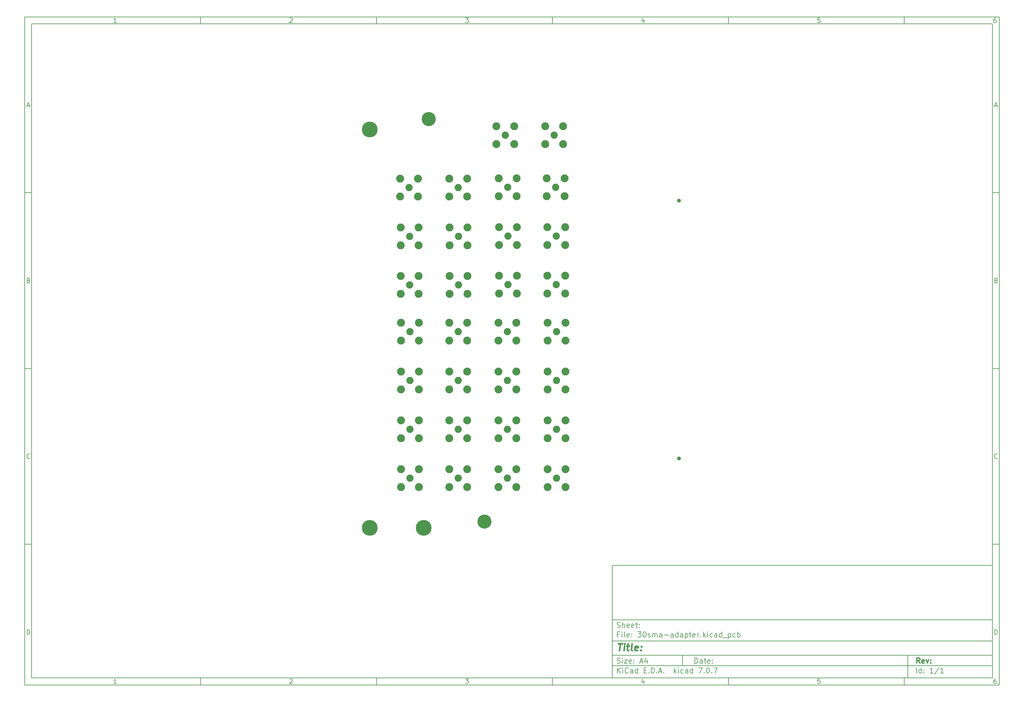
<source format=gbr>
%TF.GenerationSoftware,KiCad,Pcbnew,7.0.7*%
%TF.CreationDate,2023-09-22T00:52:09+02:00*%
%TF.ProjectId,30sma-adapter,3330736d-612d-4616-9461-707465722e6b,rev?*%
%TF.SameCoordinates,Original*%
%TF.FileFunction,Soldermask,Top*%
%TF.FilePolarity,Negative*%
%FSLAX46Y46*%
G04 Gerber Fmt 4.6, Leading zero omitted, Abs format (unit mm)*
G04 Created by KiCad (PCBNEW 7.0.7) date 2023-09-22 00:52:09*
%MOMM*%
%LPD*%
G01*
G04 APERTURE LIST*
%ADD10C,0.100000*%
%ADD11C,0.150000*%
%ADD12C,0.300000*%
%ADD13C,0.400000*%
%ADD14C,4.000000*%
%ADD15C,2.050000*%
%ADD16C,2.250000*%
%ADD17C,4.500000*%
%ADD18C,1.130000*%
G04 APERTURE END LIST*
D10*
D11*
X177002200Y-166007200D02*
X285002200Y-166007200D01*
X285002200Y-198007200D01*
X177002200Y-198007200D01*
X177002200Y-166007200D01*
D10*
D11*
X10000000Y-10000000D02*
X287002200Y-10000000D01*
X287002200Y-200007200D01*
X10000000Y-200007200D01*
X10000000Y-10000000D01*
D10*
D11*
X12000000Y-12000000D02*
X285002200Y-12000000D01*
X285002200Y-198007200D01*
X12000000Y-198007200D01*
X12000000Y-12000000D01*
D10*
D11*
X60000000Y-12000000D02*
X60000000Y-10000000D01*
D10*
D11*
X110000000Y-12000000D02*
X110000000Y-10000000D01*
D10*
D11*
X160000000Y-12000000D02*
X160000000Y-10000000D01*
D10*
D11*
X210000000Y-12000000D02*
X210000000Y-10000000D01*
D10*
D11*
X260000000Y-12000000D02*
X260000000Y-10000000D01*
D10*
D11*
X36089160Y-11593604D02*
X35346303Y-11593604D01*
X35717731Y-11593604D02*
X35717731Y-10293604D01*
X35717731Y-10293604D02*
X35593922Y-10479319D01*
X35593922Y-10479319D02*
X35470112Y-10603128D01*
X35470112Y-10603128D02*
X35346303Y-10665033D01*
D10*
D11*
X85346303Y-10417414D02*
X85408207Y-10355509D01*
X85408207Y-10355509D02*
X85532017Y-10293604D01*
X85532017Y-10293604D02*
X85841541Y-10293604D01*
X85841541Y-10293604D02*
X85965350Y-10355509D01*
X85965350Y-10355509D02*
X86027255Y-10417414D01*
X86027255Y-10417414D02*
X86089160Y-10541223D01*
X86089160Y-10541223D02*
X86089160Y-10665033D01*
X86089160Y-10665033D02*
X86027255Y-10850747D01*
X86027255Y-10850747D02*
X85284398Y-11593604D01*
X85284398Y-11593604D02*
X86089160Y-11593604D01*
D10*
D11*
X135284398Y-10293604D02*
X136089160Y-10293604D01*
X136089160Y-10293604D02*
X135655826Y-10788842D01*
X135655826Y-10788842D02*
X135841541Y-10788842D01*
X135841541Y-10788842D02*
X135965350Y-10850747D01*
X135965350Y-10850747D02*
X136027255Y-10912652D01*
X136027255Y-10912652D02*
X136089160Y-11036461D01*
X136089160Y-11036461D02*
X136089160Y-11345985D01*
X136089160Y-11345985D02*
X136027255Y-11469795D01*
X136027255Y-11469795D02*
X135965350Y-11531700D01*
X135965350Y-11531700D02*
X135841541Y-11593604D01*
X135841541Y-11593604D02*
X135470112Y-11593604D01*
X135470112Y-11593604D02*
X135346303Y-11531700D01*
X135346303Y-11531700D02*
X135284398Y-11469795D01*
D10*
D11*
X185965350Y-10726938D02*
X185965350Y-11593604D01*
X185655826Y-10231700D02*
X185346303Y-11160271D01*
X185346303Y-11160271D02*
X186151064Y-11160271D01*
D10*
D11*
X236027255Y-10293604D02*
X235408207Y-10293604D01*
X235408207Y-10293604D02*
X235346303Y-10912652D01*
X235346303Y-10912652D02*
X235408207Y-10850747D01*
X235408207Y-10850747D02*
X235532017Y-10788842D01*
X235532017Y-10788842D02*
X235841541Y-10788842D01*
X235841541Y-10788842D02*
X235965350Y-10850747D01*
X235965350Y-10850747D02*
X236027255Y-10912652D01*
X236027255Y-10912652D02*
X236089160Y-11036461D01*
X236089160Y-11036461D02*
X236089160Y-11345985D01*
X236089160Y-11345985D02*
X236027255Y-11469795D01*
X236027255Y-11469795D02*
X235965350Y-11531700D01*
X235965350Y-11531700D02*
X235841541Y-11593604D01*
X235841541Y-11593604D02*
X235532017Y-11593604D01*
X235532017Y-11593604D02*
X235408207Y-11531700D01*
X235408207Y-11531700D02*
X235346303Y-11469795D01*
D10*
D11*
X285965350Y-10293604D02*
X285717731Y-10293604D01*
X285717731Y-10293604D02*
X285593922Y-10355509D01*
X285593922Y-10355509D02*
X285532017Y-10417414D01*
X285532017Y-10417414D02*
X285408207Y-10603128D01*
X285408207Y-10603128D02*
X285346303Y-10850747D01*
X285346303Y-10850747D02*
X285346303Y-11345985D01*
X285346303Y-11345985D02*
X285408207Y-11469795D01*
X285408207Y-11469795D02*
X285470112Y-11531700D01*
X285470112Y-11531700D02*
X285593922Y-11593604D01*
X285593922Y-11593604D02*
X285841541Y-11593604D01*
X285841541Y-11593604D02*
X285965350Y-11531700D01*
X285965350Y-11531700D02*
X286027255Y-11469795D01*
X286027255Y-11469795D02*
X286089160Y-11345985D01*
X286089160Y-11345985D02*
X286089160Y-11036461D01*
X286089160Y-11036461D02*
X286027255Y-10912652D01*
X286027255Y-10912652D02*
X285965350Y-10850747D01*
X285965350Y-10850747D02*
X285841541Y-10788842D01*
X285841541Y-10788842D02*
X285593922Y-10788842D01*
X285593922Y-10788842D02*
X285470112Y-10850747D01*
X285470112Y-10850747D02*
X285408207Y-10912652D01*
X285408207Y-10912652D02*
X285346303Y-11036461D01*
D10*
D11*
X60000000Y-198007200D02*
X60000000Y-200007200D01*
D10*
D11*
X110000000Y-198007200D02*
X110000000Y-200007200D01*
D10*
D11*
X160000000Y-198007200D02*
X160000000Y-200007200D01*
D10*
D11*
X210000000Y-198007200D02*
X210000000Y-200007200D01*
D10*
D11*
X260000000Y-198007200D02*
X260000000Y-200007200D01*
D10*
D11*
X36089160Y-199600804D02*
X35346303Y-199600804D01*
X35717731Y-199600804D02*
X35717731Y-198300804D01*
X35717731Y-198300804D02*
X35593922Y-198486519D01*
X35593922Y-198486519D02*
X35470112Y-198610328D01*
X35470112Y-198610328D02*
X35346303Y-198672233D01*
D10*
D11*
X85346303Y-198424614D02*
X85408207Y-198362709D01*
X85408207Y-198362709D02*
X85532017Y-198300804D01*
X85532017Y-198300804D02*
X85841541Y-198300804D01*
X85841541Y-198300804D02*
X85965350Y-198362709D01*
X85965350Y-198362709D02*
X86027255Y-198424614D01*
X86027255Y-198424614D02*
X86089160Y-198548423D01*
X86089160Y-198548423D02*
X86089160Y-198672233D01*
X86089160Y-198672233D02*
X86027255Y-198857947D01*
X86027255Y-198857947D02*
X85284398Y-199600804D01*
X85284398Y-199600804D02*
X86089160Y-199600804D01*
D10*
D11*
X135284398Y-198300804D02*
X136089160Y-198300804D01*
X136089160Y-198300804D02*
X135655826Y-198796042D01*
X135655826Y-198796042D02*
X135841541Y-198796042D01*
X135841541Y-198796042D02*
X135965350Y-198857947D01*
X135965350Y-198857947D02*
X136027255Y-198919852D01*
X136027255Y-198919852D02*
X136089160Y-199043661D01*
X136089160Y-199043661D02*
X136089160Y-199353185D01*
X136089160Y-199353185D02*
X136027255Y-199476995D01*
X136027255Y-199476995D02*
X135965350Y-199538900D01*
X135965350Y-199538900D02*
X135841541Y-199600804D01*
X135841541Y-199600804D02*
X135470112Y-199600804D01*
X135470112Y-199600804D02*
X135346303Y-199538900D01*
X135346303Y-199538900D02*
X135284398Y-199476995D01*
D10*
D11*
X185965350Y-198734138D02*
X185965350Y-199600804D01*
X185655826Y-198238900D02*
X185346303Y-199167471D01*
X185346303Y-199167471D02*
X186151064Y-199167471D01*
D10*
D11*
X236027255Y-198300804D02*
X235408207Y-198300804D01*
X235408207Y-198300804D02*
X235346303Y-198919852D01*
X235346303Y-198919852D02*
X235408207Y-198857947D01*
X235408207Y-198857947D02*
X235532017Y-198796042D01*
X235532017Y-198796042D02*
X235841541Y-198796042D01*
X235841541Y-198796042D02*
X235965350Y-198857947D01*
X235965350Y-198857947D02*
X236027255Y-198919852D01*
X236027255Y-198919852D02*
X236089160Y-199043661D01*
X236089160Y-199043661D02*
X236089160Y-199353185D01*
X236089160Y-199353185D02*
X236027255Y-199476995D01*
X236027255Y-199476995D02*
X235965350Y-199538900D01*
X235965350Y-199538900D02*
X235841541Y-199600804D01*
X235841541Y-199600804D02*
X235532017Y-199600804D01*
X235532017Y-199600804D02*
X235408207Y-199538900D01*
X235408207Y-199538900D02*
X235346303Y-199476995D01*
D10*
D11*
X285965350Y-198300804D02*
X285717731Y-198300804D01*
X285717731Y-198300804D02*
X285593922Y-198362709D01*
X285593922Y-198362709D02*
X285532017Y-198424614D01*
X285532017Y-198424614D02*
X285408207Y-198610328D01*
X285408207Y-198610328D02*
X285346303Y-198857947D01*
X285346303Y-198857947D02*
X285346303Y-199353185D01*
X285346303Y-199353185D02*
X285408207Y-199476995D01*
X285408207Y-199476995D02*
X285470112Y-199538900D01*
X285470112Y-199538900D02*
X285593922Y-199600804D01*
X285593922Y-199600804D02*
X285841541Y-199600804D01*
X285841541Y-199600804D02*
X285965350Y-199538900D01*
X285965350Y-199538900D02*
X286027255Y-199476995D01*
X286027255Y-199476995D02*
X286089160Y-199353185D01*
X286089160Y-199353185D02*
X286089160Y-199043661D01*
X286089160Y-199043661D02*
X286027255Y-198919852D01*
X286027255Y-198919852D02*
X285965350Y-198857947D01*
X285965350Y-198857947D02*
X285841541Y-198796042D01*
X285841541Y-198796042D02*
X285593922Y-198796042D01*
X285593922Y-198796042D02*
X285470112Y-198857947D01*
X285470112Y-198857947D02*
X285408207Y-198919852D01*
X285408207Y-198919852D02*
X285346303Y-199043661D01*
D10*
D11*
X10000000Y-60000000D02*
X12000000Y-60000000D01*
D10*
D11*
X10000000Y-110000000D02*
X12000000Y-110000000D01*
D10*
D11*
X10000000Y-160000000D02*
X12000000Y-160000000D01*
D10*
D11*
X10690476Y-35222176D02*
X11309523Y-35222176D01*
X10566666Y-35593604D02*
X10999999Y-34293604D01*
X10999999Y-34293604D02*
X11433333Y-35593604D01*
D10*
D11*
X11092857Y-84912652D02*
X11278571Y-84974557D01*
X11278571Y-84974557D02*
X11340476Y-85036461D01*
X11340476Y-85036461D02*
X11402380Y-85160271D01*
X11402380Y-85160271D02*
X11402380Y-85345985D01*
X11402380Y-85345985D02*
X11340476Y-85469795D01*
X11340476Y-85469795D02*
X11278571Y-85531700D01*
X11278571Y-85531700D02*
X11154761Y-85593604D01*
X11154761Y-85593604D02*
X10659523Y-85593604D01*
X10659523Y-85593604D02*
X10659523Y-84293604D01*
X10659523Y-84293604D02*
X11092857Y-84293604D01*
X11092857Y-84293604D02*
X11216666Y-84355509D01*
X11216666Y-84355509D02*
X11278571Y-84417414D01*
X11278571Y-84417414D02*
X11340476Y-84541223D01*
X11340476Y-84541223D02*
X11340476Y-84665033D01*
X11340476Y-84665033D02*
X11278571Y-84788842D01*
X11278571Y-84788842D02*
X11216666Y-84850747D01*
X11216666Y-84850747D02*
X11092857Y-84912652D01*
X11092857Y-84912652D02*
X10659523Y-84912652D01*
D10*
D11*
X11402380Y-135469795D02*
X11340476Y-135531700D01*
X11340476Y-135531700D02*
X11154761Y-135593604D01*
X11154761Y-135593604D02*
X11030952Y-135593604D01*
X11030952Y-135593604D02*
X10845238Y-135531700D01*
X10845238Y-135531700D02*
X10721428Y-135407890D01*
X10721428Y-135407890D02*
X10659523Y-135284080D01*
X10659523Y-135284080D02*
X10597619Y-135036461D01*
X10597619Y-135036461D02*
X10597619Y-134850747D01*
X10597619Y-134850747D02*
X10659523Y-134603128D01*
X10659523Y-134603128D02*
X10721428Y-134479319D01*
X10721428Y-134479319D02*
X10845238Y-134355509D01*
X10845238Y-134355509D02*
X11030952Y-134293604D01*
X11030952Y-134293604D02*
X11154761Y-134293604D01*
X11154761Y-134293604D02*
X11340476Y-134355509D01*
X11340476Y-134355509D02*
X11402380Y-134417414D01*
D10*
D11*
X10659523Y-185593604D02*
X10659523Y-184293604D01*
X10659523Y-184293604D02*
X10969047Y-184293604D01*
X10969047Y-184293604D02*
X11154761Y-184355509D01*
X11154761Y-184355509D02*
X11278571Y-184479319D01*
X11278571Y-184479319D02*
X11340476Y-184603128D01*
X11340476Y-184603128D02*
X11402380Y-184850747D01*
X11402380Y-184850747D02*
X11402380Y-185036461D01*
X11402380Y-185036461D02*
X11340476Y-185284080D01*
X11340476Y-185284080D02*
X11278571Y-185407890D01*
X11278571Y-185407890D02*
X11154761Y-185531700D01*
X11154761Y-185531700D02*
X10969047Y-185593604D01*
X10969047Y-185593604D02*
X10659523Y-185593604D01*
D10*
D11*
X287002200Y-60000000D02*
X285002200Y-60000000D01*
D10*
D11*
X287002200Y-110000000D02*
X285002200Y-110000000D01*
D10*
D11*
X287002200Y-160000000D02*
X285002200Y-160000000D01*
D10*
D11*
X285692676Y-35222176D02*
X286311723Y-35222176D01*
X285568866Y-35593604D02*
X286002199Y-34293604D01*
X286002199Y-34293604D02*
X286435533Y-35593604D01*
D10*
D11*
X286095057Y-84912652D02*
X286280771Y-84974557D01*
X286280771Y-84974557D02*
X286342676Y-85036461D01*
X286342676Y-85036461D02*
X286404580Y-85160271D01*
X286404580Y-85160271D02*
X286404580Y-85345985D01*
X286404580Y-85345985D02*
X286342676Y-85469795D01*
X286342676Y-85469795D02*
X286280771Y-85531700D01*
X286280771Y-85531700D02*
X286156961Y-85593604D01*
X286156961Y-85593604D02*
X285661723Y-85593604D01*
X285661723Y-85593604D02*
X285661723Y-84293604D01*
X285661723Y-84293604D02*
X286095057Y-84293604D01*
X286095057Y-84293604D02*
X286218866Y-84355509D01*
X286218866Y-84355509D02*
X286280771Y-84417414D01*
X286280771Y-84417414D02*
X286342676Y-84541223D01*
X286342676Y-84541223D02*
X286342676Y-84665033D01*
X286342676Y-84665033D02*
X286280771Y-84788842D01*
X286280771Y-84788842D02*
X286218866Y-84850747D01*
X286218866Y-84850747D02*
X286095057Y-84912652D01*
X286095057Y-84912652D02*
X285661723Y-84912652D01*
D10*
D11*
X286404580Y-135469795D02*
X286342676Y-135531700D01*
X286342676Y-135531700D02*
X286156961Y-135593604D01*
X286156961Y-135593604D02*
X286033152Y-135593604D01*
X286033152Y-135593604D02*
X285847438Y-135531700D01*
X285847438Y-135531700D02*
X285723628Y-135407890D01*
X285723628Y-135407890D02*
X285661723Y-135284080D01*
X285661723Y-135284080D02*
X285599819Y-135036461D01*
X285599819Y-135036461D02*
X285599819Y-134850747D01*
X285599819Y-134850747D02*
X285661723Y-134603128D01*
X285661723Y-134603128D02*
X285723628Y-134479319D01*
X285723628Y-134479319D02*
X285847438Y-134355509D01*
X285847438Y-134355509D02*
X286033152Y-134293604D01*
X286033152Y-134293604D02*
X286156961Y-134293604D01*
X286156961Y-134293604D02*
X286342676Y-134355509D01*
X286342676Y-134355509D02*
X286404580Y-134417414D01*
D10*
D11*
X285661723Y-185593604D02*
X285661723Y-184293604D01*
X285661723Y-184293604D02*
X285971247Y-184293604D01*
X285971247Y-184293604D02*
X286156961Y-184355509D01*
X286156961Y-184355509D02*
X286280771Y-184479319D01*
X286280771Y-184479319D02*
X286342676Y-184603128D01*
X286342676Y-184603128D02*
X286404580Y-184850747D01*
X286404580Y-184850747D02*
X286404580Y-185036461D01*
X286404580Y-185036461D02*
X286342676Y-185284080D01*
X286342676Y-185284080D02*
X286280771Y-185407890D01*
X286280771Y-185407890D02*
X286156961Y-185531700D01*
X286156961Y-185531700D02*
X285971247Y-185593604D01*
X285971247Y-185593604D02*
X285661723Y-185593604D01*
D10*
D11*
X200458026Y-193793328D02*
X200458026Y-192293328D01*
X200458026Y-192293328D02*
X200815169Y-192293328D01*
X200815169Y-192293328D02*
X201029455Y-192364757D01*
X201029455Y-192364757D02*
X201172312Y-192507614D01*
X201172312Y-192507614D02*
X201243741Y-192650471D01*
X201243741Y-192650471D02*
X201315169Y-192936185D01*
X201315169Y-192936185D02*
X201315169Y-193150471D01*
X201315169Y-193150471D02*
X201243741Y-193436185D01*
X201243741Y-193436185D02*
X201172312Y-193579042D01*
X201172312Y-193579042D02*
X201029455Y-193721900D01*
X201029455Y-193721900D02*
X200815169Y-193793328D01*
X200815169Y-193793328D02*
X200458026Y-193793328D01*
X202600884Y-193793328D02*
X202600884Y-193007614D01*
X202600884Y-193007614D02*
X202529455Y-192864757D01*
X202529455Y-192864757D02*
X202386598Y-192793328D01*
X202386598Y-192793328D02*
X202100884Y-192793328D01*
X202100884Y-192793328D02*
X201958026Y-192864757D01*
X202600884Y-193721900D02*
X202458026Y-193793328D01*
X202458026Y-193793328D02*
X202100884Y-193793328D01*
X202100884Y-193793328D02*
X201958026Y-193721900D01*
X201958026Y-193721900D02*
X201886598Y-193579042D01*
X201886598Y-193579042D02*
X201886598Y-193436185D01*
X201886598Y-193436185D02*
X201958026Y-193293328D01*
X201958026Y-193293328D02*
X202100884Y-193221900D01*
X202100884Y-193221900D02*
X202458026Y-193221900D01*
X202458026Y-193221900D02*
X202600884Y-193150471D01*
X203100884Y-192793328D02*
X203672312Y-192793328D01*
X203315169Y-192293328D02*
X203315169Y-193579042D01*
X203315169Y-193579042D02*
X203386598Y-193721900D01*
X203386598Y-193721900D02*
X203529455Y-193793328D01*
X203529455Y-193793328D02*
X203672312Y-193793328D01*
X204743741Y-193721900D02*
X204600884Y-193793328D01*
X204600884Y-193793328D02*
X204315170Y-193793328D01*
X204315170Y-193793328D02*
X204172312Y-193721900D01*
X204172312Y-193721900D02*
X204100884Y-193579042D01*
X204100884Y-193579042D02*
X204100884Y-193007614D01*
X204100884Y-193007614D02*
X204172312Y-192864757D01*
X204172312Y-192864757D02*
X204315170Y-192793328D01*
X204315170Y-192793328D02*
X204600884Y-192793328D01*
X204600884Y-192793328D02*
X204743741Y-192864757D01*
X204743741Y-192864757D02*
X204815170Y-193007614D01*
X204815170Y-193007614D02*
X204815170Y-193150471D01*
X204815170Y-193150471D02*
X204100884Y-193293328D01*
X205458026Y-193650471D02*
X205529455Y-193721900D01*
X205529455Y-193721900D02*
X205458026Y-193793328D01*
X205458026Y-193793328D02*
X205386598Y-193721900D01*
X205386598Y-193721900D02*
X205458026Y-193650471D01*
X205458026Y-193650471D02*
X205458026Y-193793328D01*
X205458026Y-192864757D02*
X205529455Y-192936185D01*
X205529455Y-192936185D02*
X205458026Y-193007614D01*
X205458026Y-193007614D02*
X205386598Y-192936185D01*
X205386598Y-192936185D02*
X205458026Y-192864757D01*
X205458026Y-192864757D02*
X205458026Y-193007614D01*
D10*
D11*
X177002200Y-194507200D02*
X285002200Y-194507200D01*
D10*
D11*
X178458026Y-196593328D02*
X178458026Y-195093328D01*
X179315169Y-196593328D02*
X178672312Y-195736185D01*
X179315169Y-195093328D02*
X178458026Y-195950471D01*
X179958026Y-196593328D02*
X179958026Y-195593328D01*
X179958026Y-195093328D02*
X179886598Y-195164757D01*
X179886598Y-195164757D02*
X179958026Y-195236185D01*
X179958026Y-195236185D02*
X180029455Y-195164757D01*
X180029455Y-195164757D02*
X179958026Y-195093328D01*
X179958026Y-195093328D02*
X179958026Y-195236185D01*
X181529455Y-196450471D02*
X181458027Y-196521900D01*
X181458027Y-196521900D02*
X181243741Y-196593328D01*
X181243741Y-196593328D02*
X181100884Y-196593328D01*
X181100884Y-196593328D02*
X180886598Y-196521900D01*
X180886598Y-196521900D02*
X180743741Y-196379042D01*
X180743741Y-196379042D02*
X180672312Y-196236185D01*
X180672312Y-196236185D02*
X180600884Y-195950471D01*
X180600884Y-195950471D02*
X180600884Y-195736185D01*
X180600884Y-195736185D02*
X180672312Y-195450471D01*
X180672312Y-195450471D02*
X180743741Y-195307614D01*
X180743741Y-195307614D02*
X180886598Y-195164757D01*
X180886598Y-195164757D02*
X181100884Y-195093328D01*
X181100884Y-195093328D02*
X181243741Y-195093328D01*
X181243741Y-195093328D02*
X181458027Y-195164757D01*
X181458027Y-195164757D02*
X181529455Y-195236185D01*
X182815170Y-196593328D02*
X182815170Y-195807614D01*
X182815170Y-195807614D02*
X182743741Y-195664757D01*
X182743741Y-195664757D02*
X182600884Y-195593328D01*
X182600884Y-195593328D02*
X182315170Y-195593328D01*
X182315170Y-195593328D02*
X182172312Y-195664757D01*
X182815170Y-196521900D02*
X182672312Y-196593328D01*
X182672312Y-196593328D02*
X182315170Y-196593328D01*
X182315170Y-196593328D02*
X182172312Y-196521900D01*
X182172312Y-196521900D02*
X182100884Y-196379042D01*
X182100884Y-196379042D02*
X182100884Y-196236185D01*
X182100884Y-196236185D02*
X182172312Y-196093328D01*
X182172312Y-196093328D02*
X182315170Y-196021900D01*
X182315170Y-196021900D02*
X182672312Y-196021900D01*
X182672312Y-196021900D02*
X182815170Y-195950471D01*
X184172313Y-196593328D02*
X184172313Y-195093328D01*
X184172313Y-196521900D02*
X184029455Y-196593328D01*
X184029455Y-196593328D02*
X183743741Y-196593328D01*
X183743741Y-196593328D02*
X183600884Y-196521900D01*
X183600884Y-196521900D02*
X183529455Y-196450471D01*
X183529455Y-196450471D02*
X183458027Y-196307614D01*
X183458027Y-196307614D02*
X183458027Y-195879042D01*
X183458027Y-195879042D02*
X183529455Y-195736185D01*
X183529455Y-195736185D02*
X183600884Y-195664757D01*
X183600884Y-195664757D02*
X183743741Y-195593328D01*
X183743741Y-195593328D02*
X184029455Y-195593328D01*
X184029455Y-195593328D02*
X184172313Y-195664757D01*
X186029455Y-195807614D02*
X186529455Y-195807614D01*
X186743741Y-196593328D02*
X186029455Y-196593328D01*
X186029455Y-196593328D02*
X186029455Y-195093328D01*
X186029455Y-195093328D02*
X186743741Y-195093328D01*
X187386598Y-196450471D02*
X187458027Y-196521900D01*
X187458027Y-196521900D02*
X187386598Y-196593328D01*
X187386598Y-196593328D02*
X187315170Y-196521900D01*
X187315170Y-196521900D02*
X187386598Y-196450471D01*
X187386598Y-196450471D02*
X187386598Y-196593328D01*
X188100884Y-196593328D02*
X188100884Y-195093328D01*
X188100884Y-195093328D02*
X188458027Y-195093328D01*
X188458027Y-195093328D02*
X188672313Y-195164757D01*
X188672313Y-195164757D02*
X188815170Y-195307614D01*
X188815170Y-195307614D02*
X188886599Y-195450471D01*
X188886599Y-195450471D02*
X188958027Y-195736185D01*
X188958027Y-195736185D02*
X188958027Y-195950471D01*
X188958027Y-195950471D02*
X188886599Y-196236185D01*
X188886599Y-196236185D02*
X188815170Y-196379042D01*
X188815170Y-196379042D02*
X188672313Y-196521900D01*
X188672313Y-196521900D02*
X188458027Y-196593328D01*
X188458027Y-196593328D02*
X188100884Y-196593328D01*
X189600884Y-196450471D02*
X189672313Y-196521900D01*
X189672313Y-196521900D02*
X189600884Y-196593328D01*
X189600884Y-196593328D02*
X189529456Y-196521900D01*
X189529456Y-196521900D02*
X189600884Y-196450471D01*
X189600884Y-196450471D02*
X189600884Y-196593328D01*
X190243742Y-196164757D02*
X190958028Y-196164757D01*
X190100885Y-196593328D02*
X190600885Y-195093328D01*
X190600885Y-195093328D02*
X191100885Y-196593328D01*
X191600884Y-196450471D02*
X191672313Y-196521900D01*
X191672313Y-196521900D02*
X191600884Y-196593328D01*
X191600884Y-196593328D02*
X191529456Y-196521900D01*
X191529456Y-196521900D02*
X191600884Y-196450471D01*
X191600884Y-196450471D02*
X191600884Y-196593328D01*
X194600884Y-196593328D02*
X194600884Y-195093328D01*
X194743742Y-196021900D02*
X195172313Y-196593328D01*
X195172313Y-195593328D02*
X194600884Y-196164757D01*
X195815170Y-196593328D02*
X195815170Y-195593328D01*
X195815170Y-195093328D02*
X195743742Y-195164757D01*
X195743742Y-195164757D02*
X195815170Y-195236185D01*
X195815170Y-195236185D02*
X195886599Y-195164757D01*
X195886599Y-195164757D02*
X195815170Y-195093328D01*
X195815170Y-195093328D02*
X195815170Y-195236185D01*
X197172314Y-196521900D02*
X197029456Y-196593328D01*
X197029456Y-196593328D02*
X196743742Y-196593328D01*
X196743742Y-196593328D02*
X196600885Y-196521900D01*
X196600885Y-196521900D02*
X196529456Y-196450471D01*
X196529456Y-196450471D02*
X196458028Y-196307614D01*
X196458028Y-196307614D02*
X196458028Y-195879042D01*
X196458028Y-195879042D02*
X196529456Y-195736185D01*
X196529456Y-195736185D02*
X196600885Y-195664757D01*
X196600885Y-195664757D02*
X196743742Y-195593328D01*
X196743742Y-195593328D02*
X197029456Y-195593328D01*
X197029456Y-195593328D02*
X197172314Y-195664757D01*
X198458028Y-196593328D02*
X198458028Y-195807614D01*
X198458028Y-195807614D02*
X198386599Y-195664757D01*
X198386599Y-195664757D02*
X198243742Y-195593328D01*
X198243742Y-195593328D02*
X197958028Y-195593328D01*
X197958028Y-195593328D02*
X197815170Y-195664757D01*
X198458028Y-196521900D02*
X198315170Y-196593328D01*
X198315170Y-196593328D02*
X197958028Y-196593328D01*
X197958028Y-196593328D02*
X197815170Y-196521900D01*
X197815170Y-196521900D02*
X197743742Y-196379042D01*
X197743742Y-196379042D02*
X197743742Y-196236185D01*
X197743742Y-196236185D02*
X197815170Y-196093328D01*
X197815170Y-196093328D02*
X197958028Y-196021900D01*
X197958028Y-196021900D02*
X198315170Y-196021900D01*
X198315170Y-196021900D02*
X198458028Y-195950471D01*
X199815171Y-196593328D02*
X199815171Y-195093328D01*
X199815171Y-196521900D02*
X199672313Y-196593328D01*
X199672313Y-196593328D02*
X199386599Y-196593328D01*
X199386599Y-196593328D02*
X199243742Y-196521900D01*
X199243742Y-196521900D02*
X199172313Y-196450471D01*
X199172313Y-196450471D02*
X199100885Y-196307614D01*
X199100885Y-196307614D02*
X199100885Y-195879042D01*
X199100885Y-195879042D02*
X199172313Y-195736185D01*
X199172313Y-195736185D02*
X199243742Y-195664757D01*
X199243742Y-195664757D02*
X199386599Y-195593328D01*
X199386599Y-195593328D02*
X199672313Y-195593328D01*
X199672313Y-195593328D02*
X199815171Y-195664757D01*
X201529456Y-195093328D02*
X202529456Y-195093328D01*
X202529456Y-195093328D02*
X201886599Y-196593328D01*
X203100884Y-196450471D02*
X203172313Y-196521900D01*
X203172313Y-196521900D02*
X203100884Y-196593328D01*
X203100884Y-196593328D02*
X203029456Y-196521900D01*
X203029456Y-196521900D02*
X203100884Y-196450471D01*
X203100884Y-196450471D02*
X203100884Y-196593328D01*
X204100885Y-195093328D02*
X204243742Y-195093328D01*
X204243742Y-195093328D02*
X204386599Y-195164757D01*
X204386599Y-195164757D02*
X204458028Y-195236185D01*
X204458028Y-195236185D02*
X204529456Y-195379042D01*
X204529456Y-195379042D02*
X204600885Y-195664757D01*
X204600885Y-195664757D02*
X204600885Y-196021900D01*
X204600885Y-196021900D02*
X204529456Y-196307614D01*
X204529456Y-196307614D02*
X204458028Y-196450471D01*
X204458028Y-196450471D02*
X204386599Y-196521900D01*
X204386599Y-196521900D02*
X204243742Y-196593328D01*
X204243742Y-196593328D02*
X204100885Y-196593328D01*
X204100885Y-196593328D02*
X203958028Y-196521900D01*
X203958028Y-196521900D02*
X203886599Y-196450471D01*
X203886599Y-196450471D02*
X203815170Y-196307614D01*
X203815170Y-196307614D02*
X203743742Y-196021900D01*
X203743742Y-196021900D02*
X203743742Y-195664757D01*
X203743742Y-195664757D02*
X203815170Y-195379042D01*
X203815170Y-195379042D02*
X203886599Y-195236185D01*
X203886599Y-195236185D02*
X203958028Y-195164757D01*
X203958028Y-195164757D02*
X204100885Y-195093328D01*
X205243741Y-196450471D02*
X205315170Y-196521900D01*
X205315170Y-196521900D02*
X205243741Y-196593328D01*
X205243741Y-196593328D02*
X205172313Y-196521900D01*
X205172313Y-196521900D02*
X205243741Y-196450471D01*
X205243741Y-196450471D02*
X205243741Y-196593328D01*
X205815170Y-195093328D02*
X206815170Y-195093328D01*
X206815170Y-195093328D02*
X206172313Y-196593328D01*
D10*
D11*
X177002200Y-191507200D02*
X285002200Y-191507200D01*
D10*
D12*
X264413853Y-193785528D02*
X263913853Y-193071242D01*
X263556710Y-193785528D02*
X263556710Y-192285528D01*
X263556710Y-192285528D02*
X264128139Y-192285528D01*
X264128139Y-192285528D02*
X264270996Y-192356957D01*
X264270996Y-192356957D02*
X264342425Y-192428385D01*
X264342425Y-192428385D02*
X264413853Y-192571242D01*
X264413853Y-192571242D02*
X264413853Y-192785528D01*
X264413853Y-192785528D02*
X264342425Y-192928385D01*
X264342425Y-192928385D02*
X264270996Y-192999814D01*
X264270996Y-192999814D02*
X264128139Y-193071242D01*
X264128139Y-193071242D02*
X263556710Y-193071242D01*
X265628139Y-193714100D02*
X265485282Y-193785528D01*
X265485282Y-193785528D02*
X265199568Y-193785528D01*
X265199568Y-193785528D02*
X265056710Y-193714100D01*
X265056710Y-193714100D02*
X264985282Y-193571242D01*
X264985282Y-193571242D02*
X264985282Y-192999814D01*
X264985282Y-192999814D02*
X265056710Y-192856957D01*
X265056710Y-192856957D02*
X265199568Y-192785528D01*
X265199568Y-192785528D02*
X265485282Y-192785528D01*
X265485282Y-192785528D02*
X265628139Y-192856957D01*
X265628139Y-192856957D02*
X265699568Y-192999814D01*
X265699568Y-192999814D02*
X265699568Y-193142671D01*
X265699568Y-193142671D02*
X264985282Y-193285528D01*
X266199567Y-192785528D02*
X266556710Y-193785528D01*
X266556710Y-193785528D02*
X266913853Y-192785528D01*
X267485281Y-193642671D02*
X267556710Y-193714100D01*
X267556710Y-193714100D02*
X267485281Y-193785528D01*
X267485281Y-193785528D02*
X267413853Y-193714100D01*
X267413853Y-193714100D02*
X267485281Y-193642671D01*
X267485281Y-193642671D02*
X267485281Y-193785528D01*
X267485281Y-192856957D02*
X267556710Y-192928385D01*
X267556710Y-192928385D02*
X267485281Y-192999814D01*
X267485281Y-192999814D02*
X267413853Y-192928385D01*
X267413853Y-192928385D02*
X267485281Y-192856957D01*
X267485281Y-192856957D02*
X267485281Y-192999814D01*
D10*
D11*
X178386598Y-193721900D02*
X178600884Y-193793328D01*
X178600884Y-193793328D02*
X178958026Y-193793328D01*
X178958026Y-193793328D02*
X179100884Y-193721900D01*
X179100884Y-193721900D02*
X179172312Y-193650471D01*
X179172312Y-193650471D02*
X179243741Y-193507614D01*
X179243741Y-193507614D02*
X179243741Y-193364757D01*
X179243741Y-193364757D02*
X179172312Y-193221900D01*
X179172312Y-193221900D02*
X179100884Y-193150471D01*
X179100884Y-193150471D02*
X178958026Y-193079042D01*
X178958026Y-193079042D02*
X178672312Y-193007614D01*
X178672312Y-193007614D02*
X178529455Y-192936185D01*
X178529455Y-192936185D02*
X178458026Y-192864757D01*
X178458026Y-192864757D02*
X178386598Y-192721900D01*
X178386598Y-192721900D02*
X178386598Y-192579042D01*
X178386598Y-192579042D02*
X178458026Y-192436185D01*
X178458026Y-192436185D02*
X178529455Y-192364757D01*
X178529455Y-192364757D02*
X178672312Y-192293328D01*
X178672312Y-192293328D02*
X179029455Y-192293328D01*
X179029455Y-192293328D02*
X179243741Y-192364757D01*
X179886597Y-193793328D02*
X179886597Y-192793328D01*
X179886597Y-192293328D02*
X179815169Y-192364757D01*
X179815169Y-192364757D02*
X179886597Y-192436185D01*
X179886597Y-192436185D02*
X179958026Y-192364757D01*
X179958026Y-192364757D02*
X179886597Y-192293328D01*
X179886597Y-192293328D02*
X179886597Y-192436185D01*
X180458026Y-192793328D02*
X181243741Y-192793328D01*
X181243741Y-192793328D02*
X180458026Y-193793328D01*
X180458026Y-193793328D02*
X181243741Y-193793328D01*
X182386598Y-193721900D02*
X182243741Y-193793328D01*
X182243741Y-193793328D02*
X181958027Y-193793328D01*
X181958027Y-193793328D02*
X181815169Y-193721900D01*
X181815169Y-193721900D02*
X181743741Y-193579042D01*
X181743741Y-193579042D02*
X181743741Y-193007614D01*
X181743741Y-193007614D02*
X181815169Y-192864757D01*
X181815169Y-192864757D02*
X181958027Y-192793328D01*
X181958027Y-192793328D02*
X182243741Y-192793328D01*
X182243741Y-192793328D02*
X182386598Y-192864757D01*
X182386598Y-192864757D02*
X182458027Y-193007614D01*
X182458027Y-193007614D02*
X182458027Y-193150471D01*
X182458027Y-193150471D02*
X181743741Y-193293328D01*
X183100883Y-193650471D02*
X183172312Y-193721900D01*
X183172312Y-193721900D02*
X183100883Y-193793328D01*
X183100883Y-193793328D02*
X183029455Y-193721900D01*
X183029455Y-193721900D02*
X183100883Y-193650471D01*
X183100883Y-193650471D02*
X183100883Y-193793328D01*
X183100883Y-192864757D02*
X183172312Y-192936185D01*
X183172312Y-192936185D02*
X183100883Y-193007614D01*
X183100883Y-193007614D02*
X183029455Y-192936185D01*
X183029455Y-192936185D02*
X183100883Y-192864757D01*
X183100883Y-192864757D02*
X183100883Y-193007614D01*
X184886598Y-193364757D02*
X185600884Y-193364757D01*
X184743741Y-193793328D02*
X185243741Y-192293328D01*
X185243741Y-192293328D02*
X185743741Y-193793328D01*
X186886598Y-192793328D02*
X186886598Y-193793328D01*
X186529455Y-192221900D02*
X186172312Y-193293328D01*
X186172312Y-193293328D02*
X187100883Y-193293328D01*
D10*
D11*
X263458026Y-196593328D02*
X263458026Y-195093328D01*
X264815170Y-196593328D02*
X264815170Y-195093328D01*
X264815170Y-196521900D02*
X264672312Y-196593328D01*
X264672312Y-196593328D02*
X264386598Y-196593328D01*
X264386598Y-196593328D02*
X264243741Y-196521900D01*
X264243741Y-196521900D02*
X264172312Y-196450471D01*
X264172312Y-196450471D02*
X264100884Y-196307614D01*
X264100884Y-196307614D02*
X264100884Y-195879042D01*
X264100884Y-195879042D02*
X264172312Y-195736185D01*
X264172312Y-195736185D02*
X264243741Y-195664757D01*
X264243741Y-195664757D02*
X264386598Y-195593328D01*
X264386598Y-195593328D02*
X264672312Y-195593328D01*
X264672312Y-195593328D02*
X264815170Y-195664757D01*
X265529455Y-196450471D02*
X265600884Y-196521900D01*
X265600884Y-196521900D02*
X265529455Y-196593328D01*
X265529455Y-196593328D02*
X265458027Y-196521900D01*
X265458027Y-196521900D02*
X265529455Y-196450471D01*
X265529455Y-196450471D02*
X265529455Y-196593328D01*
X265529455Y-195664757D02*
X265600884Y-195736185D01*
X265600884Y-195736185D02*
X265529455Y-195807614D01*
X265529455Y-195807614D02*
X265458027Y-195736185D01*
X265458027Y-195736185D02*
X265529455Y-195664757D01*
X265529455Y-195664757D02*
X265529455Y-195807614D01*
X268172313Y-196593328D02*
X267315170Y-196593328D01*
X267743741Y-196593328D02*
X267743741Y-195093328D01*
X267743741Y-195093328D02*
X267600884Y-195307614D01*
X267600884Y-195307614D02*
X267458027Y-195450471D01*
X267458027Y-195450471D02*
X267315170Y-195521900D01*
X269886598Y-195021900D02*
X268600884Y-196950471D01*
X271172313Y-196593328D02*
X270315170Y-196593328D01*
X270743741Y-196593328D02*
X270743741Y-195093328D01*
X270743741Y-195093328D02*
X270600884Y-195307614D01*
X270600884Y-195307614D02*
X270458027Y-195450471D01*
X270458027Y-195450471D02*
X270315170Y-195521900D01*
D10*
D11*
X177002200Y-187507200D02*
X285002200Y-187507200D01*
D10*
D13*
X178693928Y-188211638D02*
X179836785Y-188211638D01*
X179015357Y-190211638D02*
X179265357Y-188211638D01*
X180253452Y-190211638D02*
X180420119Y-188878304D01*
X180503452Y-188211638D02*
X180396309Y-188306876D01*
X180396309Y-188306876D02*
X180479643Y-188402114D01*
X180479643Y-188402114D02*
X180586786Y-188306876D01*
X180586786Y-188306876D02*
X180503452Y-188211638D01*
X180503452Y-188211638D02*
X180479643Y-188402114D01*
X181086786Y-188878304D02*
X181848690Y-188878304D01*
X181455833Y-188211638D02*
X181241548Y-189925923D01*
X181241548Y-189925923D02*
X181312976Y-190116400D01*
X181312976Y-190116400D02*
X181491548Y-190211638D01*
X181491548Y-190211638D02*
X181682024Y-190211638D01*
X182634405Y-190211638D02*
X182455833Y-190116400D01*
X182455833Y-190116400D02*
X182384405Y-189925923D01*
X182384405Y-189925923D02*
X182598690Y-188211638D01*
X184170119Y-190116400D02*
X183967738Y-190211638D01*
X183967738Y-190211638D02*
X183586785Y-190211638D01*
X183586785Y-190211638D02*
X183408214Y-190116400D01*
X183408214Y-190116400D02*
X183336785Y-189925923D01*
X183336785Y-189925923D02*
X183432024Y-189164019D01*
X183432024Y-189164019D02*
X183551071Y-188973542D01*
X183551071Y-188973542D02*
X183753452Y-188878304D01*
X183753452Y-188878304D02*
X184134404Y-188878304D01*
X184134404Y-188878304D02*
X184312976Y-188973542D01*
X184312976Y-188973542D02*
X184384404Y-189164019D01*
X184384404Y-189164019D02*
X184360595Y-189354495D01*
X184360595Y-189354495D02*
X183384404Y-189544971D01*
X185134405Y-190021161D02*
X185217738Y-190116400D01*
X185217738Y-190116400D02*
X185110595Y-190211638D01*
X185110595Y-190211638D02*
X185027262Y-190116400D01*
X185027262Y-190116400D02*
X185134405Y-190021161D01*
X185134405Y-190021161D02*
X185110595Y-190211638D01*
X185265357Y-188973542D02*
X185348690Y-189068780D01*
X185348690Y-189068780D02*
X185241548Y-189164019D01*
X185241548Y-189164019D02*
X185158214Y-189068780D01*
X185158214Y-189068780D02*
X185265357Y-188973542D01*
X185265357Y-188973542D02*
X185241548Y-189164019D01*
D10*
D11*
X178958026Y-185607614D02*
X178458026Y-185607614D01*
X178458026Y-186393328D02*
X178458026Y-184893328D01*
X178458026Y-184893328D02*
X179172312Y-184893328D01*
X179743740Y-186393328D02*
X179743740Y-185393328D01*
X179743740Y-184893328D02*
X179672312Y-184964757D01*
X179672312Y-184964757D02*
X179743740Y-185036185D01*
X179743740Y-185036185D02*
X179815169Y-184964757D01*
X179815169Y-184964757D02*
X179743740Y-184893328D01*
X179743740Y-184893328D02*
X179743740Y-185036185D01*
X180672312Y-186393328D02*
X180529455Y-186321900D01*
X180529455Y-186321900D02*
X180458026Y-186179042D01*
X180458026Y-186179042D02*
X180458026Y-184893328D01*
X181815169Y-186321900D02*
X181672312Y-186393328D01*
X181672312Y-186393328D02*
X181386598Y-186393328D01*
X181386598Y-186393328D02*
X181243740Y-186321900D01*
X181243740Y-186321900D02*
X181172312Y-186179042D01*
X181172312Y-186179042D02*
X181172312Y-185607614D01*
X181172312Y-185607614D02*
X181243740Y-185464757D01*
X181243740Y-185464757D02*
X181386598Y-185393328D01*
X181386598Y-185393328D02*
X181672312Y-185393328D01*
X181672312Y-185393328D02*
X181815169Y-185464757D01*
X181815169Y-185464757D02*
X181886598Y-185607614D01*
X181886598Y-185607614D02*
X181886598Y-185750471D01*
X181886598Y-185750471D02*
X181172312Y-185893328D01*
X182529454Y-186250471D02*
X182600883Y-186321900D01*
X182600883Y-186321900D02*
X182529454Y-186393328D01*
X182529454Y-186393328D02*
X182458026Y-186321900D01*
X182458026Y-186321900D02*
X182529454Y-186250471D01*
X182529454Y-186250471D02*
X182529454Y-186393328D01*
X182529454Y-185464757D02*
X182600883Y-185536185D01*
X182600883Y-185536185D02*
X182529454Y-185607614D01*
X182529454Y-185607614D02*
X182458026Y-185536185D01*
X182458026Y-185536185D02*
X182529454Y-185464757D01*
X182529454Y-185464757D02*
X182529454Y-185607614D01*
X184243740Y-184893328D02*
X185172312Y-184893328D01*
X185172312Y-184893328D02*
X184672312Y-185464757D01*
X184672312Y-185464757D02*
X184886597Y-185464757D01*
X184886597Y-185464757D02*
X185029455Y-185536185D01*
X185029455Y-185536185D02*
X185100883Y-185607614D01*
X185100883Y-185607614D02*
X185172312Y-185750471D01*
X185172312Y-185750471D02*
X185172312Y-186107614D01*
X185172312Y-186107614D02*
X185100883Y-186250471D01*
X185100883Y-186250471D02*
X185029455Y-186321900D01*
X185029455Y-186321900D02*
X184886597Y-186393328D01*
X184886597Y-186393328D02*
X184458026Y-186393328D01*
X184458026Y-186393328D02*
X184315169Y-186321900D01*
X184315169Y-186321900D02*
X184243740Y-186250471D01*
X186100883Y-184893328D02*
X186243740Y-184893328D01*
X186243740Y-184893328D02*
X186386597Y-184964757D01*
X186386597Y-184964757D02*
X186458026Y-185036185D01*
X186458026Y-185036185D02*
X186529454Y-185179042D01*
X186529454Y-185179042D02*
X186600883Y-185464757D01*
X186600883Y-185464757D02*
X186600883Y-185821900D01*
X186600883Y-185821900D02*
X186529454Y-186107614D01*
X186529454Y-186107614D02*
X186458026Y-186250471D01*
X186458026Y-186250471D02*
X186386597Y-186321900D01*
X186386597Y-186321900D02*
X186243740Y-186393328D01*
X186243740Y-186393328D02*
X186100883Y-186393328D01*
X186100883Y-186393328D02*
X185958026Y-186321900D01*
X185958026Y-186321900D02*
X185886597Y-186250471D01*
X185886597Y-186250471D02*
X185815168Y-186107614D01*
X185815168Y-186107614D02*
X185743740Y-185821900D01*
X185743740Y-185821900D02*
X185743740Y-185464757D01*
X185743740Y-185464757D02*
X185815168Y-185179042D01*
X185815168Y-185179042D02*
X185886597Y-185036185D01*
X185886597Y-185036185D02*
X185958026Y-184964757D01*
X185958026Y-184964757D02*
X186100883Y-184893328D01*
X187172311Y-186321900D02*
X187315168Y-186393328D01*
X187315168Y-186393328D02*
X187600882Y-186393328D01*
X187600882Y-186393328D02*
X187743739Y-186321900D01*
X187743739Y-186321900D02*
X187815168Y-186179042D01*
X187815168Y-186179042D02*
X187815168Y-186107614D01*
X187815168Y-186107614D02*
X187743739Y-185964757D01*
X187743739Y-185964757D02*
X187600882Y-185893328D01*
X187600882Y-185893328D02*
X187386597Y-185893328D01*
X187386597Y-185893328D02*
X187243739Y-185821900D01*
X187243739Y-185821900D02*
X187172311Y-185679042D01*
X187172311Y-185679042D02*
X187172311Y-185607614D01*
X187172311Y-185607614D02*
X187243739Y-185464757D01*
X187243739Y-185464757D02*
X187386597Y-185393328D01*
X187386597Y-185393328D02*
X187600882Y-185393328D01*
X187600882Y-185393328D02*
X187743739Y-185464757D01*
X188458025Y-186393328D02*
X188458025Y-185393328D01*
X188458025Y-185536185D02*
X188529454Y-185464757D01*
X188529454Y-185464757D02*
X188672311Y-185393328D01*
X188672311Y-185393328D02*
X188886597Y-185393328D01*
X188886597Y-185393328D02*
X189029454Y-185464757D01*
X189029454Y-185464757D02*
X189100883Y-185607614D01*
X189100883Y-185607614D02*
X189100883Y-186393328D01*
X189100883Y-185607614D02*
X189172311Y-185464757D01*
X189172311Y-185464757D02*
X189315168Y-185393328D01*
X189315168Y-185393328D02*
X189529454Y-185393328D01*
X189529454Y-185393328D02*
X189672311Y-185464757D01*
X189672311Y-185464757D02*
X189743740Y-185607614D01*
X189743740Y-185607614D02*
X189743740Y-186393328D01*
X191100883Y-186393328D02*
X191100883Y-185607614D01*
X191100883Y-185607614D02*
X191029454Y-185464757D01*
X191029454Y-185464757D02*
X190886597Y-185393328D01*
X190886597Y-185393328D02*
X190600883Y-185393328D01*
X190600883Y-185393328D02*
X190458025Y-185464757D01*
X191100883Y-186321900D02*
X190958025Y-186393328D01*
X190958025Y-186393328D02*
X190600883Y-186393328D01*
X190600883Y-186393328D02*
X190458025Y-186321900D01*
X190458025Y-186321900D02*
X190386597Y-186179042D01*
X190386597Y-186179042D02*
X190386597Y-186036185D01*
X190386597Y-186036185D02*
X190458025Y-185893328D01*
X190458025Y-185893328D02*
X190600883Y-185821900D01*
X190600883Y-185821900D02*
X190958025Y-185821900D01*
X190958025Y-185821900D02*
X191100883Y-185750471D01*
X191815168Y-185821900D02*
X192958026Y-185821900D01*
X194315169Y-186393328D02*
X194315169Y-185607614D01*
X194315169Y-185607614D02*
X194243740Y-185464757D01*
X194243740Y-185464757D02*
X194100883Y-185393328D01*
X194100883Y-185393328D02*
X193815169Y-185393328D01*
X193815169Y-185393328D02*
X193672311Y-185464757D01*
X194315169Y-186321900D02*
X194172311Y-186393328D01*
X194172311Y-186393328D02*
X193815169Y-186393328D01*
X193815169Y-186393328D02*
X193672311Y-186321900D01*
X193672311Y-186321900D02*
X193600883Y-186179042D01*
X193600883Y-186179042D02*
X193600883Y-186036185D01*
X193600883Y-186036185D02*
X193672311Y-185893328D01*
X193672311Y-185893328D02*
X193815169Y-185821900D01*
X193815169Y-185821900D02*
X194172311Y-185821900D01*
X194172311Y-185821900D02*
X194315169Y-185750471D01*
X195672312Y-186393328D02*
X195672312Y-184893328D01*
X195672312Y-186321900D02*
X195529454Y-186393328D01*
X195529454Y-186393328D02*
X195243740Y-186393328D01*
X195243740Y-186393328D02*
X195100883Y-186321900D01*
X195100883Y-186321900D02*
X195029454Y-186250471D01*
X195029454Y-186250471D02*
X194958026Y-186107614D01*
X194958026Y-186107614D02*
X194958026Y-185679042D01*
X194958026Y-185679042D02*
X195029454Y-185536185D01*
X195029454Y-185536185D02*
X195100883Y-185464757D01*
X195100883Y-185464757D02*
X195243740Y-185393328D01*
X195243740Y-185393328D02*
X195529454Y-185393328D01*
X195529454Y-185393328D02*
X195672312Y-185464757D01*
X197029455Y-186393328D02*
X197029455Y-185607614D01*
X197029455Y-185607614D02*
X196958026Y-185464757D01*
X196958026Y-185464757D02*
X196815169Y-185393328D01*
X196815169Y-185393328D02*
X196529455Y-185393328D01*
X196529455Y-185393328D02*
X196386597Y-185464757D01*
X197029455Y-186321900D02*
X196886597Y-186393328D01*
X196886597Y-186393328D02*
X196529455Y-186393328D01*
X196529455Y-186393328D02*
X196386597Y-186321900D01*
X196386597Y-186321900D02*
X196315169Y-186179042D01*
X196315169Y-186179042D02*
X196315169Y-186036185D01*
X196315169Y-186036185D02*
X196386597Y-185893328D01*
X196386597Y-185893328D02*
X196529455Y-185821900D01*
X196529455Y-185821900D02*
X196886597Y-185821900D01*
X196886597Y-185821900D02*
X197029455Y-185750471D01*
X197743740Y-185393328D02*
X197743740Y-186893328D01*
X197743740Y-185464757D02*
X197886598Y-185393328D01*
X197886598Y-185393328D02*
X198172312Y-185393328D01*
X198172312Y-185393328D02*
X198315169Y-185464757D01*
X198315169Y-185464757D02*
X198386598Y-185536185D01*
X198386598Y-185536185D02*
X198458026Y-185679042D01*
X198458026Y-185679042D02*
X198458026Y-186107614D01*
X198458026Y-186107614D02*
X198386598Y-186250471D01*
X198386598Y-186250471D02*
X198315169Y-186321900D01*
X198315169Y-186321900D02*
X198172312Y-186393328D01*
X198172312Y-186393328D02*
X197886598Y-186393328D01*
X197886598Y-186393328D02*
X197743740Y-186321900D01*
X198886598Y-185393328D02*
X199458026Y-185393328D01*
X199100883Y-184893328D02*
X199100883Y-186179042D01*
X199100883Y-186179042D02*
X199172312Y-186321900D01*
X199172312Y-186321900D02*
X199315169Y-186393328D01*
X199315169Y-186393328D02*
X199458026Y-186393328D01*
X200529455Y-186321900D02*
X200386598Y-186393328D01*
X200386598Y-186393328D02*
X200100884Y-186393328D01*
X200100884Y-186393328D02*
X199958026Y-186321900D01*
X199958026Y-186321900D02*
X199886598Y-186179042D01*
X199886598Y-186179042D02*
X199886598Y-185607614D01*
X199886598Y-185607614D02*
X199958026Y-185464757D01*
X199958026Y-185464757D02*
X200100884Y-185393328D01*
X200100884Y-185393328D02*
X200386598Y-185393328D01*
X200386598Y-185393328D02*
X200529455Y-185464757D01*
X200529455Y-185464757D02*
X200600884Y-185607614D01*
X200600884Y-185607614D02*
X200600884Y-185750471D01*
X200600884Y-185750471D02*
X199886598Y-185893328D01*
X201243740Y-186393328D02*
X201243740Y-185393328D01*
X201243740Y-185679042D02*
X201315169Y-185536185D01*
X201315169Y-185536185D02*
X201386598Y-185464757D01*
X201386598Y-185464757D02*
X201529455Y-185393328D01*
X201529455Y-185393328D02*
X201672312Y-185393328D01*
X202172311Y-186250471D02*
X202243740Y-186321900D01*
X202243740Y-186321900D02*
X202172311Y-186393328D01*
X202172311Y-186393328D02*
X202100883Y-186321900D01*
X202100883Y-186321900D02*
X202172311Y-186250471D01*
X202172311Y-186250471D02*
X202172311Y-186393328D01*
X202886597Y-186393328D02*
X202886597Y-184893328D01*
X203029455Y-185821900D02*
X203458026Y-186393328D01*
X203458026Y-185393328D02*
X202886597Y-185964757D01*
X204100883Y-186393328D02*
X204100883Y-185393328D01*
X204100883Y-184893328D02*
X204029455Y-184964757D01*
X204029455Y-184964757D02*
X204100883Y-185036185D01*
X204100883Y-185036185D02*
X204172312Y-184964757D01*
X204172312Y-184964757D02*
X204100883Y-184893328D01*
X204100883Y-184893328D02*
X204100883Y-185036185D01*
X205458027Y-186321900D02*
X205315169Y-186393328D01*
X205315169Y-186393328D02*
X205029455Y-186393328D01*
X205029455Y-186393328D02*
X204886598Y-186321900D01*
X204886598Y-186321900D02*
X204815169Y-186250471D01*
X204815169Y-186250471D02*
X204743741Y-186107614D01*
X204743741Y-186107614D02*
X204743741Y-185679042D01*
X204743741Y-185679042D02*
X204815169Y-185536185D01*
X204815169Y-185536185D02*
X204886598Y-185464757D01*
X204886598Y-185464757D02*
X205029455Y-185393328D01*
X205029455Y-185393328D02*
X205315169Y-185393328D01*
X205315169Y-185393328D02*
X205458027Y-185464757D01*
X206743741Y-186393328D02*
X206743741Y-185607614D01*
X206743741Y-185607614D02*
X206672312Y-185464757D01*
X206672312Y-185464757D02*
X206529455Y-185393328D01*
X206529455Y-185393328D02*
X206243741Y-185393328D01*
X206243741Y-185393328D02*
X206100883Y-185464757D01*
X206743741Y-186321900D02*
X206600883Y-186393328D01*
X206600883Y-186393328D02*
X206243741Y-186393328D01*
X206243741Y-186393328D02*
X206100883Y-186321900D01*
X206100883Y-186321900D02*
X206029455Y-186179042D01*
X206029455Y-186179042D02*
X206029455Y-186036185D01*
X206029455Y-186036185D02*
X206100883Y-185893328D01*
X206100883Y-185893328D02*
X206243741Y-185821900D01*
X206243741Y-185821900D02*
X206600883Y-185821900D01*
X206600883Y-185821900D02*
X206743741Y-185750471D01*
X208100884Y-186393328D02*
X208100884Y-184893328D01*
X208100884Y-186321900D02*
X207958026Y-186393328D01*
X207958026Y-186393328D02*
X207672312Y-186393328D01*
X207672312Y-186393328D02*
X207529455Y-186321900D01*
X207529455Y-186321900D02*
X207458026Y-186250471D01*
X207458026Y-186250471D02*
X207386598Y-186107614D01*
X207386598Y-186107614D02*
X207386598Y-185679042D01*
X207386598Y-185679042D02*
X207458026Y-185536185D01*
X207458026Y-185536185D02*
X207529455Y-185464757D01*
X207529455Y-185464757D02*
X207672312Y-185393328D01*
X207672312Y-185393328D02*
X207958026Y-185393328D01*
X207958026Y-185393328D02*
X208100884Y-185464757D01*
X208458027Y-186536185D02*
X209600884Y-186536185D01*
X209958026Y-185393328D02*
X209958026Y-186893328D01*
X209958026Y-185464757D02*
X210100884Y-185393328D01*
X210100884Y-185393328D02*
X210386598Y-185393328D01*
X210386598Y-185393328D02*
X210529455Y-185464757D01*
X210529455Y-185464757D02*
X210600884Y-185536185D01*
X210600884Y-185536185D02*
X210672312Y-185679042D01*
X210672312Y-185679042D02*
X210672312Y-186107614D01*
X210672312Y-186107614D02*
X210600884Y-186250471D01*
X210600884Y-186250471D02*
X210529455Y-186321900D01*
X210529455Y-186321900D02*
X210386598Y-186393328D01*
X210386598Y-186393328D02*
X210100884Y-186393328D01*
X210100884Y-186393328D02*
X209958026Y-186321900D01*
X211958027Y-186321900D02*
X211815169Y-186393328D01*
X211815169Y-186393328D02*
X211529455Y-186393328D01*
X211529455Y-186393328D02*
X211386598Y-186321900D01*
X211386598Y-186321900D02*
X211315169Y-186250471D01*
X211315169Y-186250471D02*
X211243741Y-186107614D01*
X211243741Y-186107614D02*
X211243741Y-185679042D01*
X211243741Y-185679042D02*
X211315169Y-185536185D01*
X211315169Y-185536185D02*
X211386598Y-185464757D01*
X211386598Y-185464757D02*
X211529455Y-185393328D01*
X211529455Y-185393328D02*
X211815169Y-185393328D01*
X211815169Y-185393328D02*
X211958027Y-185464757D01*
X212600883Y-186393328D02*
X212600883Y-184893328D01*
X212600883Y-185464757D02*
X212743741Y-185393328D01*
X212743741Y-185393328D02*
X213029455Y-185393328D01*
X213029455Y-185393328D02*
X213172312Y-185464757D01*
X213172312Y-185464757D02*
X213243741Y-185536185D01*
X213243741Y-185536185D02*
X213315169Y-185679042D01*
X213315169Y-185679042D02*
X213315169Y-186107614D01*
X213315169Y-186107614D02*
X213243741Y-186250471D01*
X213243741Y-186250471D02*
X213172312Y-186321900D01*
X213172312Y-186321900D02*
X213029455Y-186393328D01*
X213029455Y-186393328D02*
X212743741Y-186393328D01*
X212743741Y-186393328D02*
X212600883Y-186321900D01*
D10*
D11*
X177002200Y-181507200D02*
X285002200Y-181507200D01*
D10*
D11*
X178386598Y-183621900D02*
X178600884Y-183693328D01*
X178600884Y-183693328D02*
X178958026Y-183693328D01*
X178958026Y-183693328D02*
X179100884Y-183621900D01*
X179100884Y-183621900D02*
X179172312Y-183550471D01*
X179172312Y-183550471D02*
X179243741Y-183407614D01*
X179243741Y-183407614D02*
X179243741Y-183264757D01*
X179243741Y-183264757D02*
X179172312Y-183121900D01*
X179172312Y-183121900D02*
X179100884Y-183050471D01*
X179100884Y-183050471D02*
X178958026Y-182979042D01*
X178958026Y-182979042D02*
X178672312Y-182907614D01*
X178672312Y-182907614D02*
X178529455Y-182836185D01*
X178529455Y-182836185D02*
X178458026Y-182764757D01*
X178458026Y-182764757D02*
X178386598Y-182621900D01*
X178386598Y-182621900D02*
X178386598Y-182479042D01*
X178386598Y-182479042D02*
X178458026Y-182336185D01*
X178458026Y-182336185D02*
X178529455Y-182264757D01*
X178529455Y-182264757D02*
X178672312Y-182193328D01*
X178672312Y-182193328D02*
X179029455Y-182193328D01*
X179029455Y-182193328D02*
X179243741Y-182264757D01*
X179886597Y-183693328D02*
X179886597Y-182193328D01*
X180529455Y-183693328D02*
X180529455Y-182907614D01*
X180529455Y-182907614D02*
X180458026Y-182764757D01*
X180458026Y-182764757D02*
X180315169Y-182693328D01*
X180315169Y-182693328D02*
X180100883Y-182693328D01*
X180100883Y-182693328D02*
X179958026Y-182764757D01*
X179958026Y-182764757D02*
X179886597Y-182836185D01*
X181815169Y-183621900D02*
X181672312Y-183693328D01*
X181672312Y-183693328D02*
X181386598Y-183693328D01*
X181386598Y-183693328D02*
X181243740Y-183621900D01*
X181243740Y-183621900D02*
X181172312Y-183479042D01*
X181172312Y-183479042D02*
X181172312Y-182907614D01*
X181172312Y-182907614D02*
X181243740Y-182764757D01*
X181243740Y-182764757D02*
X181386598Y-182693328D01*
X181386598Y-182693328D02*
X181672312Y-182693328D01*
X181672312Y-182693328D02*
X181815169Y-182764757D01*
X181815169Y-182764757D02*
X181886598Y-182907614D01*
X181886598Y-182907614D02*
X181886598Y-183050471D01*
X181886598Y-183050471D02*
X181172312Y-183193328D01*
X183100883Y-183621900D02*
X182958026Y-183693328D01*
X182958026Y-183693328D02*
X182672312Y-183693328D01*
X182672312Y-183693328D02*
X182529454Y-183621900D01*
X182529454Y-183621900D02*
X182458026Y-183479042D01*
X182458026Y-183479042D02*
X182458026Y-182907614D01*
X182458026Y-182907614D02*
X182529454Y-182764757D01*
X182529454Y-182764757D02*
X182672312Y-182693328D01*
X182672312Y-182693328D02*
X182958026Y-182693328D01*
X182958026Y-182693328D02*
X183100883Y-182764757D01*
X183100883Y-182764757D02*
X183172312Y-182907614D01*
X183172312Y-182907614D02*
X183172312Y-183050471D01*
X183172312Y-183050471D02*
X182458026Y-183193328D01*
X183600883Y-182693328D02*
X184172311Y-182693328D01*
X183815168Y-182193328D02*
X183815168Y-183479042D01*
X183815168Y-183479042D02*
X183886597Y-183621900D01*
X183886597Y-183621900D02*
X184029454Y-183693328D01*
X184029454Y-183693328D02*
X184172311Y-183693328D01*
X184672311Y-183550471D02*
X184743740Y-183621900D01*
X184743740Y-183621900D02*
X184672311Y-183693328D01*
X184672311Y-183693328D02*
X184600883Y-183621900D01*
X184600883Y-183621900D02*
X184672311Y-183550471D01*
X184672311Y-183550471D02*
X184672311Y-183693328D01*
X184672311Y-182764757D02*
X184743740Y-182836185D01*
X184743740Y-182836185D02*
X184672311Y-182907614D01*
X184672311Y-182907614D02*
X184600883Y-182836185D01*
X184600883Y-182836185D02*
X184672311Y-182764757D01*
X184672311Y-182764757D02*
X184672311Y-182907614D01*
D10*
D12*
D10*
D11*
D10*
D11*
D10*
D11*
D10*
D11*
D10*
D11*
X197002200Y-191507200D02*
X197002200Y-194507200D01*
D10*
D11*
X261002200Y-191507200D02*
X261002200Y-198007200D01*
D14*
%TO.C,REF\u002A\u002A*%
X140650000Y-153520000D03*
%TD*%
%TO.C,REF\u002A\u002A*%
X124800000Y-39040000D03*
%TD*%
D15*
%TO.C,J20*%
X133180000Y-113430000D03*
D16*
X135720000Y-115970000D03*
X130640000Y-115970000D03*
X135720000Y-110890000D03*
X130640000Y-110890000D03*
%TD*%
D15*
%TO.C,J9*%
X147343332Y-72303928D03*
D16*
X149883332Y-74843928D03*
X144803332Y-74843928D03*
X149883332Y-69763928D03*
X144803332Y-69763928D03*
%TD*%
D15*
%TO.C,J4*%
X133200000Y-58570000D03*
D16*
X135740000Y-61110000D03*
X130660000Y-61110000D03*
X135740000Y-56030000D03*
X130660000Y-56030000D03*
%TD*%
D15*
%TO.C,J27*%
X119490000Y-141185000D03*
D16*
X122030000Y-143725000D03*
X116950000Y-143725000D03*
X122030000Y-138645000D03*
X116950000Y-138645000D03*
%TD*%
D15*
%TO.C,J30*%
X161150000Y-141185000D03*
D16*
X163690000Y-143725000D03*
X158610000Y-143725000D03*
X163690000Y-138645000D03*
X158610000Y-138645000D03*
%TD*%
D15*
%TO.C,J18*%
X161150000Y-99487140D03*
D16*
X163690000Y-102027140D03*
X158610000Y-102027140D03*
X163690000Y-96947140D03*
X158610000Y-96947140D03*
%TD*%
D15*
%TO.C,J12*%
X133306668Y-86185713D03*
D16*
X135846668Y-88725713D03*
X130766668Y-88725713D03*
X135846668Y-83645713D03*
X130766668Y-83645713D03*
%TD*%
D15*
%TO.C,J16*%
X133180000Y-99552500D03*
D16*
X135720000Y-102092500D03*
X130640000Y-102092500D03*
X135720000Y-97012500D03*
X130640000Y-97012500D03*
%TD*%
D15*
%TO.C,J25*%
X147223332Y-127284284D03*
D16*
X149763332Y-129824284D03*
X144683332Y-129824284D03*
X149763332Y-124744284D03*
X144683332Y-124744284D03*
%TD*%
D17*
%TO.C,REF\u002A\u002A*%
X108025000Y-42000000D03*
%TD*%
D15*
%TO.C,J22*%
X161150000Y-113386425D03*
D16*
X163690000Y-115926425D03*
X158610000Y-115926425D03*
X163690000Y-110846425D03*
X158610000Y-110846425D03*
%TD*%
D15*
%TO.C,J26*%
X161150000Y-127285710D03*
D16*
X163690000Y-129825710D03*
X158610000Y-129825710D03*
X163690000Y-124745710D03*
X158610000Y-124745710D03*
%TD*%
D15*
%TO.C,J24*%
X133180000Y-127307500D03*
D16*
X135720000Y-129847500D03*
X130640000Y-129847500D03*
X135720000Y-124767500D03*
X130640000Y-124767500D03*
%TD*%
D15*
%TO.C,J3*%
X119273331Y-58561429D03*
D16*
X121813331Y-61101429D03*
X116733331Y-61101429D03*
X121813331Y-56021429D03*
X116733331Y-56021429D03*
%TD*%
D15*
%TO.C,J8*%
X133300000Y-72420000D03*
D16*
X135840000Y-74960000D03*
X130760000Y-74960000D03*
X135840000Y-69880000D03*
X130760000Y-69880000D03*
%TD*%
D15*
%TO.C,J28*%
X133180000Y-141185000D03*
D16*
X135720000Y-143725000D03*
X130640000Y-143725000D03*
X135720000Y-138645000D03*
X130640000Y-138645000D03*
%TD*%
D15*
%TO.C,J14*%
X161040000Y-86092855D03*
D16*
X163580000Y-88632855D03*
X158500000Y-88632855D03*
X163580000Y-83552855D03*
X158500000Y-83552855D03*
%TD*%
D15*
%TO.C,J2*%
X160480000Y-43610000D03*
D16*
X163020000Y-46150000D03*
X157940000Y-46150000D03*
X163020000Y-41070000D03*
X157940000Y-41070000D03*
%TD*%
D15*
%TO.C,J6*%
X160933331Y-58430714D03*
D16*
X163473331Y-60970714D03*
X158393331Y-60970714D03*
X163473331Y-55890714D03*
X158393331Y-55890714D03*
%TD*%
D15*
%TO.C,J13*%
X147350000Y-86092855D03*
D16*
X149890000Y-88632855D03*
X144810000Y-88632855D03*
X149890000Y-83552855D03*
X144810000Y-83552855D03*
%TD*%
D15*
%TO.C,J11*%
X119380000Y-86180000D03*
D16*
X121920000Y-88720000D03*
X116840000Y-88720000D03*
X121920000Y-83640000D03*
X116840000Y-83640000D03*
%TD*%
D15*
%TO.C,J7*%
X119373331Y-72412858D03*
D16*
X121913331Y-74952858D03*
X116833331Y-74952858D03*
X121913331Y-69872858D03*
X116833331Y-69872858D03*
%TD*%
D15*
%TO.C,J15*%
X119490000Y-99552500D03*
D16*
X122030000Y-102092500D03*
X116950000Y-102092500D03*
X122030000Y-97012500D03*
X116950000Y-97012500D03*
%TD*%
D15*
%TO.C,J23*%
X119490000Y-127307500D03*
D16*
X122030000Y-129847500D03*
X116950000Y-129847500D03*
X122030000Y-124767500D03*
X116950000Y-124767500D03*
%TD*%
D15*
%TO.C,J29*%
X147223332Y-141185000D03*
D16*
X149763332Y-143725000D03*
X144683332Y-143725000D03*
X149763332Y-138645000D03*
X144683332Y-138645000D03*
%TD*%
D15*
%TO.C,J5*%
X147243331Y-58430714D03*
D16*
X149783331Y-60970714D03*
X144703331Y-60970714D03*
X149783331Y-55890714D03*
X144703331Y-55890714D03*
%TD*%
D15*
%TO.C,J10*%
X161033331Y-72303928D03*
D16*
X163573331Y-74843928D03*
X158493331Y-74843928D03*
X163573331Y-69763928D03*
X158493331Y-69763928D03*
%TD*%
D15*
%TO.C,J19*%
X119490000Y-113430000D03*
D16*
X122030000Y-115970000D03*
X116950000Y-115970000D03*
X122030000Y-110890000D03*
X116950000Y-110890000D03*
%TD*%
D15*
%TO.C,J21*%
X147223332Y-113383570D03*
D16*
X149763332Y-115923570D03*
X144683332Y-115923570D03*
X149763332Y-110843570D03*
X144683332Y-110843570D03*
%TD*%
D17*
%TO.C,REF\u002A\u002A*%
X108025000Y-155275000D03*
X108025000Y-155275000D03*
%TD*%
%TO.C,REF\u002A\u002A*%
X123400000Y-155275000D03*
%TD*%
D15*
%TO.C,J1*%
X146553333Y-43600000D03*
D16*
X149093333Y-46140000D03*
X144013333Y-46140000D03*
X149093333Y-41060000D03*
X144013333Y-41060000D03*
%TD*%
D15*
%TO.C,J17*%
X147223332Y-99482856D03*
D16*
X149763332Y-102022856D03*
X144683332Y-102022856D03*
X149763332Y-96942856D03*
X144683332Y-96942856D03*
%TD*%
D18*
%TO.C,SC1*%
X195975000Y-135575000D03*
X195975000Y-62275000D03*
%TD*%
M02*

</source>
